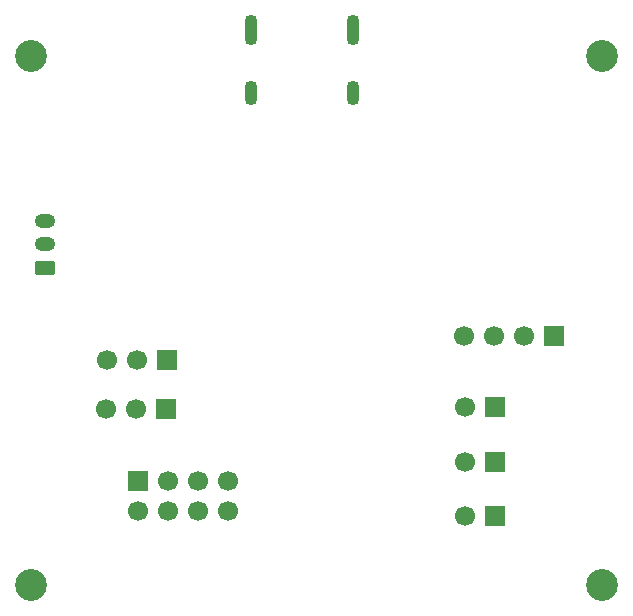
<source format=gbr>
%TF.GenerationSoftware,KiCad,Pcbnew,9.0.1*%
%TF.CreationDate,2025-11-13T19:44:27+01:00*%
%TF.ProjectId,RC thing,52432074-6869-46e6-972e-6b696361645f,rev?*%
%TF.SameCoordinates,Original*%
%TF.FileFunction,Soldermask,Top*%
%TF.FilePolarity,Negative*%
%FSLAX46Y46*%
G04 Gerber Fmt 4.6, Leading zero omitted, Abs format (unit mm)*
G04 Created by KiCad (PCBNEW 9.0.1) date 2025-11-13 19:44:27*
%MOMM*%
%LPD*%
G01*
G04 APERTURE LIST*
G04 Aperture macros list*
%AMRoundRect*
0 Rectangle with rounded corners*
0 $1 Rounding radius*
0 $2 $3 $4 $5 $6 $7 $8 $9 X,Y pos of 4 corners*
0 Add a 4 corners polygon primitive as box body*
4,1,4,$2,$3,$4,$5,$6,$7,$8,$9,$2,$3,0*
0 Add four circle primitives for the rounded corners*
1,1,$1+$1,$2,$3*
1,1,$1+$1,$4,$5*
1,1,$1+$1,$6,$7*
1,1,$1+$1,$8,$9*
0 Add four rect primitives between the rounded corners*
20,1,$1+$1,$2,$3,$4,$5,0*
20,1,$1+$1,$4,$5,$6,$7,0*
20,1,$1+$1,$6,$7,$8,$9,0*
20,1,$1+$1,$8,$9,$2,$3,0*%
G04 Aperture macros list end*
%ADD10C,2.700000*%
%ADD11R,1.700000X1.700000*%
%ADD12C,1.700000*%
%ADD13RoundRect,0.250000X0.625000X-0.350000X0.625000X0.350000X-0.625000X0.350000X-0.625000X-0.350000X0*%
%ADD14O,1.750000X1.200000*%
%ADD15O,1.100000X2.600000*%
%ADD16O,1.100000X2.100000*%
G04 APERTURE END LIST*
D10*
%TO.C,H3*%
X164225000Y-89875000D03*
%TD*%
%TO.C,H1*%
X115875000Y-45060000D03*
%TD*%
%TO.C,H2*%
X164200000Y-45060000D03*
%TD*%
%TO.C,H4*%
X115875000Y-89875000D03*
%TD*%
D11*
%TO.C,U102*%
X124966750Y-81023250D03*
D12*
X124966750Y-83563250D03*
X127506750Y-81023250D03*
X127506750Y-83563250D03*
X130046750Y-81023250D03*
X130046750Y-83563250D03*
X132586750Y-81023250D03*
X132586750Y-83563250D03*
%TD*%
D11*
%TO.C,SW2*%
X155125000Y-74800000D03*
D12*
X152585000Y-74800000D03*
%TD*%
D11*
%TO.C,J2*%
X160180000Y-68725000D03*
D12*
X157640000Y-68725000D03*
X155100000Y-68725000D03*
X152560000Y-68725000D03*
%TD*%
D11*
%TO.C,RV3*%
X127275000Y-74975000D03*
D12*
X124735000Y-74975000D03*
X122195000Y-74975000D03*
%TD*%
D13*
%TO.C,BT1*%
X117075000Y-63000000D03*
D14*
X117075000Y-61000000D03*
X117075000Y-59000000D03*
%TD*%
D11*
%TO.C,SW3*%
X155125000Y-79390000D03*
D12*
X152585000Y-79390000D03*
%TD*%
D11*
%TO.C,RV4*%
X127350000Y-70800000D03*
D12*
X124810000Y-70800000D03*
X122270000Y-70800000D03*
%TD*%
D11*
%TO.C,SW4*%
X155125000Y-83980000D03*
D12*
X152585000Y-83980000D03*
%TD*%
D15*
%TO.C,P1*%
X134505000Y-42830000D03*
D16*
X134505000Y-48190000D03*
D15*
X143145000Y-42830000D03*
D16*
X143145000Y-48190000D03*
%TD*%
M02*

</source>
